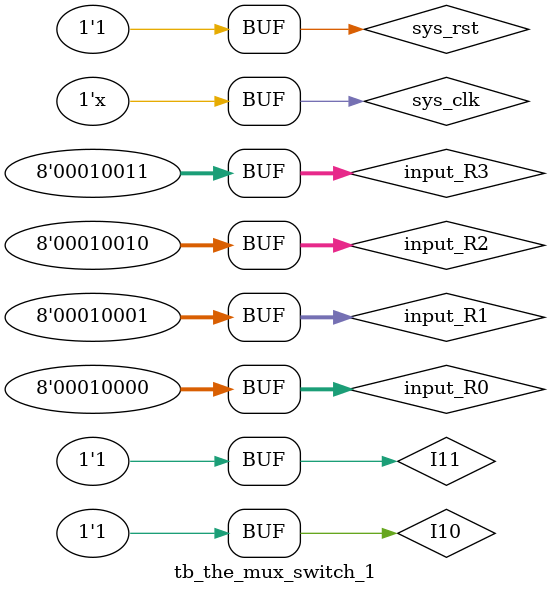
<source format=v>

`timescale 1ns/1ns
module tb_the_mux_switch_1;
reg       sys_clk;
reg       sys_rst;
reg       I11;
reg       I10;
reg  [7:0] input_R0;
reg [7:0] input_R1;
reg [7:0] input_R2;
reg [7:0] input_R3;
wire [7:0] output_x;
// outports wire


the_mux_switch_1 u_the_mux_switch_1(
	.sys_clk  	( sys_clk   ),
	.sys_rst  	( sys_rst   ),
	.I11      	( I11       ),
	.I10      	( I10       ),
	.input_R0 	( input_R0  ),
	.input_R1 	( input_R1  ),
	.input_R2 	( input_R2  ),
	.input_R3 	( input_R3  ),
	.output_x 	( output_x  )
);

initial begin
    sys_rst<=1'd0;
    sys_clk<=1'd0;
    input_R0<=8'b0001_0000;
    input_R1<=8'b0001_0001;
    input_R2<=8'b0001_0010;
    input_R3<=8'b0001_0011;
    I10<=1'd0;
    I11<=1'd0;
    #10
    sys_rst<=1'd1;
    #100
     I10<=1'd1;
    I11<=1'd0;
    #100
    I10<=1'd0;
    I11<=1'd1;

    #100
    I10<=1'd1;
    I11<=1'd1;

  
end
always #10 begin
    sys_clk<=~sys_clk;
end
endmodule
</source>
